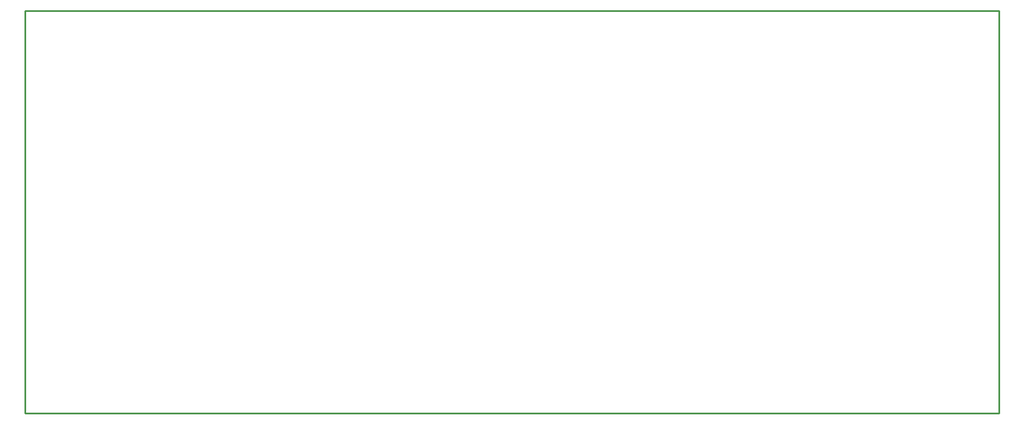
<source format=gm1>
G04*
G04 #@! TF.GenerationSoftware,Altium Limited,Altium Designer,22.11.1 (43)*
G04*
G04 Layer_Color=16777215*
%FSLAX26Y26*%
%MOIN*%
G70*
G04*
G04 #@! TF.SameCoordinates,D133BA17-E144-49A8-921F-F672E643092A*
G04*
G04*
G04 #@! TF.FilePolarity,Positive*
G04*
G01*
G75*
%ADD12C,0.010000*%
G54D12*
X5708661D02*
Y2362205D01*
X-0D02*
X0Y0D01*
X-0Y2362205D02*
X5708661D01*
X0Y0D02*
X5708661D01*
M02*

</source>
